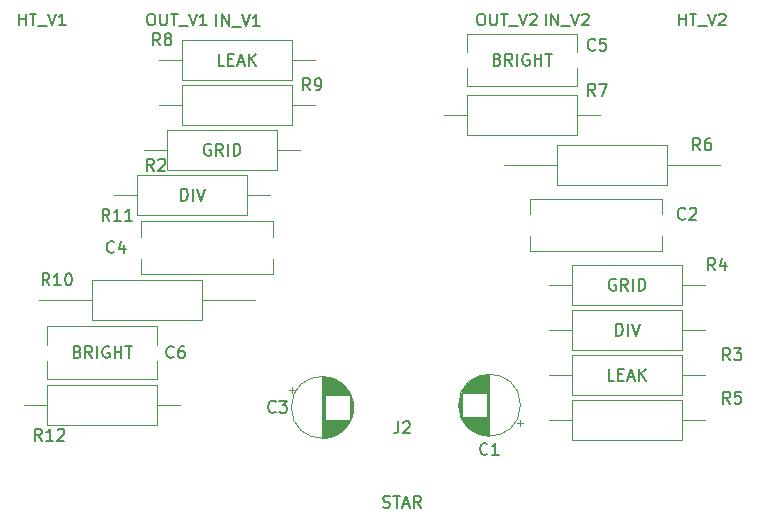
<source format=gbr>
%TF.GenerationSoftware,KiCad,Pcbnew,(6.0.11-0)*%
%TF.CreationDate,2023-05-07T13:48:13+09:00*%
%TF.ProjectId,tubeTest,74756265-5465-4737-942e-6b696361645f,rev?*%
%TF.SameCoordinates,Original*%
%TF.FileFunction,Legend,Top*%
%TF.FilePolarity,Positive*%
%FSLAX46Y46*%
G04 Gerber Fmt 4.6, Leading zero omitted, Abs format (unit mm)*
G04 Created by KiCad (PCBNEW (6.0.11-0)) date 2023-05-07 13:48:13*
%MOMM*%
%LPD*%
G01*
G04 APERTURE LIST*
%ADD10C,0.150000*%
%ADD11C,0.120000*%
G04 APERTURE END LIST*
D10*
%TO.C,R8*%
X124293333Y-90172380D02*
X123960000Y-89696190D01*
X123721904Y-90172380D02*
X123721904Y-89172380D01*
X124102857Y-89172380D01*
X124198095Y-89220000D01*
X124245714Y-89267619D01*
X124293333Y-89362857D01*
X124293333Y-89505714D01*
X124245714Y-89600952D01*
X124198095Y-89648571D01*
X124102857Y-89696190D01*
X123721904Y-89696190D01*
X124864761Y-89600952D02*
X124769523Y-89553333D01*
X124721904Y-89505714D01*
X124674285Y-89410476D01*
X124674285Y-89362857D01*
X124721904Y-89267619D01*
X124769523Y-89220000D01*
X124864761Y-89172380D01*
X125055238Y-89172380D01*
X125150476Y-89220000D01*
X125198095Y-89267619D01*
X125245714Y-89362857D01*
X125245714Y-89410476D01*
X125198095Y-89505714D01*
X125150476Y-89553333D01*
X125055238Y-89600952D01*
X124864761Y-89600952D01*
X124769523Y-89648571D01*
X124721904Y-89696190D01*
X124674285Y-89791428D01*
X124674285Y-89981904D01*
X124721904Y-90077142D01*
X124769523Y-90124761D01*
X124864761Y-90172380D01*
X125055238Y-90172380D01*
X125150476Y-90124761D01*
X125198095Y-90077142D01*
X125245714Y-89981904D01*
X125245714Y-89791428D01*
X125198095Y-89696190D01*
X125150476Y-89648571D01*
X125055238Y-89600952D01*
X129738571Y-91892380D02*
X129262380Y-91892380D01*
X129262380Y-90892380D01*
X130071904Y-91368571D02*
X130405238Y-91368571D01*
X130548095Y-91892380D02*
X130071904Y-91892380D01*
X130071904Y-90892380D01*
X130548095Y-90892380D01*
X130929047Y-91606666D02*
X131405238Y-91606666D01*
X130833809Y-91892380D02*
X131167142Y-90892380D01*
X131500476Y-91892380D01*
X131833809Y-91892380D02*
X131833809Y-90892380D01*
X132405238Y-91892380D02*
X131976666Y-91320952D01*
X132405238Y-90892380D02*
X131833809Y-91463809D01*
%TO.C,C2*%
X168743333Y-104842142D02*
X168695714Y-104889761D01*
X168552857Y-104937380D01*
X168457619Y-104937380D01*
X168314761Y-104889761D01*
X168219523Y-104794523D01*
X168171904Y-104699285D01*
X168124285Y-104508809D01*
X168124285Y-104365952D01*
X168171904Y-104175476D01*
X168219523Y-104080238D01*
X168314761Y-103985000D01*
X168457619Y-103937380D01*
X168552857Y-103937380D01*
X168695714Y-103985000D01*
X168743333Y-104032619D01*
X169124285Y-104032619D02*
X169171904Y-103985000D01*
X169267142Y-103937380D01*
X169505238Y-103937380D01*
X169600476Y-103985000D01*
X169648095Y-104032619D01*
X169695714Y-104127857D01*
X169695714Y-104223095D01*
X169648095Y-104365952D01*
X169076666Y-104937380D01*
X169695714Y-104937380D01*
%TO.C,J9*%
X168227619Y-88492380D02*
X168227619Y-87492380D01*
X168227619Y-87968571D02*
X168799047Y-87968571D01*
X168799047Y-88492380D02*
X168799047Y-87492380D01*
X169132380Y-87492380D02*
X169703809Y-87492380D01*
X169418095Y-88492380D02*
X169418095Y-87492380D01*
X169799047Y-88587619D02*
X170560952Y-88587619D01*
X170656190Y-87492380D02*
X170989523Y-88492380D01*
X171322857Y-87492380D01*
X171608571Y-87587619D02*
X171656190Y-87540000D01*
X171751428Y-87492380D01*
X171989523Y-87492380D01*
X172084761Y-87540000D01*
X172132380Y-87587619D01*
X172180000Y-87682857D01*
X172180000Y-87778095D01*
X172132380Y-87920952D01*
X171560952Y-88492380D01*
X172180000Y-88492380D01*
%TO.C,J7*%
X129054846Y-88549448D02*
X129054846Y-87549448D01*
X129531036Y-88549448D02*
X129531036Y-87549448D01*
X130102465Y-88549448D01*
X130102465Y-87549448D01*
X130340560Y-88644687D02*
X131102465Y-88644687D01*
X131197703Y-87549448D02*
X131531036Y-88549448D01*
X131864370Y-87549448D01*
X132721512Y-88549448D02*
X132150084Y-88549448D01*
X132435798Y-88549448D02*
X132435798Y-87549448D01*
X132340560Y-87692306D01*
X132245322Y-87787544D01*
X132150084Y-87835163D01*
%TO.C,R10*%
X114927142Y-110492380D02*
X114593809Y-110016190D01*
X114355714Y-110492380D02*
X114355714Y-109492380D01*
X114736666Y-109492380D01*
X114831904Y-109540000D01*
X114879523Y-109587619D01*
X114927142Y-109682857D01*
X114927142Y-109825714D01*
X114879523Y-109920952D01*
X114831904Y-109968571D01*
X114736666Y-110016190D01*
X114355714Y-110016190D01*
X115879523Y-110492380D02*
X115308095Y-110492380D01*
X115593809Y-110492380D02*
X115593809Y-109492380D01*
X115498571Y-109635238D01*
X115403333Y-109730476D01*
X115308095Y-109778095D01*
X116498571Y-109492380D02*
X116593809Y-109492380D01*
X116689047Y-109540000D01*
X116736666Y-109587619D01*
X116784285Y-109682857D01*
X116831904Y-109873333D01*
X116831904Y-110111428D01*
X116784285Y-110301904D01*
X116736666Y-110397142D01*
X116689047Y-110444761D01*
X116593809Y-110492380D01*
X116498571Y-110492380D01*
X116403333Y-110444761D01*
X116355714Y-110397142D01*
X116308095Y-110301904D01*
X116260476Y-110111428D01*
X116260476Y-109873333D01*
X116308095Y-109682857D01*
X116355714Y-109587619D01*
X116403333Y-109540000D01*
X116498571Y-109492380D01*
%TO.C,J10*%
X112347619Y-88492380D02*
X112347619Y-87492380D01*
X112347619Y-87968571D02*
X112919047Y-87968571D01*
X112919047Y-88492380D02*
X112919047Y-87492380D01*
X113252380Y-87492380D02*
X113823809Y-87492380D01*
X113538095Y-88492380D02*
X113538095Y-87492380D01*
X113919047Y-88587619D02*
X114680952Y-88587619D01*
X114776190Y-87492380D02*
X115109523Y-88492380D01*
X115442857Y-87492380D01*
X116300000Y-88492380D02*
X115728571Y-88492380D01*
X116014285Y-88492380D02*
X116014285Y-87492380D01*
X115919047Y-87635238D01*
X115823809Y-87730476D01*
X115728571Y-87778095D01*
%TO.C,J2*%
X144446666Y-122032380D02*
X144446666Y-122746666D01*
X144399047Y-122889523D01*
X144303809Y-122984761D01*
X144160952Y-123032380D01*
X144065714Y-123032380D01*
X144875238Y-122127619D02*
X144922857Y-122080000D01*
X145018095Y-122032380D01*
X145256190Y-122032380D01*
X145351428Y-122080000D01*
X145399047Y-122127619D01*
X145446666Y-122222857D01*
X145446666Y-122318095D01*
X145399047Y-122460952D01*
X144827619Y-123032380D01*
X145446666Y-123032380D01*
X143184761Y-129284761D02*
X143327619Y-129332380D01*
X143565714Y-129332380D01*
X143660952Y-129284761D01*
X143708571Y-129237142D01*
X143756190Y-129141904D01*
X143756190Y-129046666D01*
X143708571Y-128951428D01*
X143660952Y-128903809D01*
X143565714Y-128856190D01*
X143375238Y-128808571D01*
X143280000Y-128760952D01*
X143232380Y-128713333D01*
X143184761Y-128618095D01*
X143184761Y-128522857D01*
X143232380Y-128427619D01*
X143280000Y-128380000D01*
X143375238Y-128332380D01*
X143613333Y-128332380D01*
X143756190Y-128380000D01*
X144041904Y-128332380D02*
X144613333Y-128332380D01*
X144327619Y-129332380D02*
X144327619Y-128332380D01*
X144899047Y-129046666D02*
X145375238Y-129046666D01*
X144803809Y-129332380D02*
X145137142Y-128332380D01*
X145470476Y-129332380D01*
X146375238Y-129332380D02*
X146041904Y-128856190D01*
X145803809Y-129332380D02*
X145803809Y-128332380D01*
X146184761Y-128332380D01*
X146280000Y-128380000D01*
X146327619Y-128427619D01*
X146375238Y-128522857D01*
X146375238Y-128665714D01*
X146327619Y-128760952D01*
X146280000Y-128808571D01*
X146184761Y-128856190D01*
X145803809Y-128856190D01*
%TO.C,J5*%
X123444285Y-87492380D02*
X123634761Y-87492380D01*
X123730000Y-87540000D01*
X123825238Y-87635238D01*
X123872857Y-87825714D01*
X123872857Y-88159047D01*
X123825238Y-88349523D01*
X123730000Y-88444761D01*
X123634761Y-88492380D01*
X123444285Y-88492380D01*
X123349047Y-88444761D01*
X123253809Y-88349523D01*
X123206190Y-88159047D01*
X123206190Y-87825714D01*
X123253809Y-87635238D01*
X123349047Y-87540000D01*
X123444285Y-87492380D01*
X124301428Y-87492380D02*
X124301428Y-88301904D01*
X124349047Y-88397142D01*
X124396666Y-88444761D01*
X124491904Y-88492380D01*
X124682380Y-88492380D01*
X124777619Y-88444761D01*
X124825238Y-88397142D01*
X124872857Y-88301904D01*
X124872857Y-87492380D01*
X125206190Y-87492380D02*
X125777619Y-87492380D01*
X125491904Y-88492380D02*
X125491904Y-87492380D01*
X125872857Y-88587619D02*
X126634761Y-88587619D01*
X126730000Y-87492380D02*
X127063333Y-88492380D01*
X127396666Y-87492380D01*
X128253809Y-88492380D02*
X127682380Y-88492380D01*
X127968095Y-88492380D02*
X127968095Y-87492380D01*
X127872857Y-87635238D01*
X127777619Y-87730476D01*
X127682380Y-87778095D01*
%TO.C,R5*%
X172557676Y-120510528D02*
X172224343Y-120034338D01*
X171986247Y-120510528D02*
X171986247Y-119510528D01*
X172367200Y-119510528D01*
X172462438Y-119558148D01*
X172510057Y-119605767D01*
X172557676Y-119701005D01*
X172557676Y-119843862D01*
X172510057Y-119939100D01*
X172462438Y-119986719D01*
X172367200Y-120034338D01*
X171986247Y-120034338D01*
X173462438Y-119510528D02*
X172986247Y-119510528D01*
X172938628Y-119986719D01*
X172986247Y-119939100D01*
X173081485Y-119891481D01*
X173319581Y-119891481D01*
X173414819Y-119939100D01*
X173462438Y-119986719D01*
X173510057Y-120081957D01*
X173510057Y-120320052D01*
X173462438Y-120415290D01*
X173414819Y-120462909D01*
X173319581Y-120510528D01*
X173081485Y-120510528D01*
X172986247Y-120462909D01*
X172938628Y-120415290D01*
%TO.C,C6*%
X125443333Y-116562142D02*
X125395714Y-116609761D01*
X125252857Y-116657380D01*
X125157619Y-116657380D01*
X125014761Y-116609761D01*
X124919523Y-116514523D01*
X124871904Y-116419285D01*
X124824285Y-116228809D01*
X124824285Y-116085952D01*
X124871904Y-115895476D01*
X124919523Y-115800238D01*
X125014761Y-115705000D01*
X125157619Y-115657380D01*
X125252857Y-115657380D01*
X125395714Y-115705000D01*
X125443333Y-115752619D01*
X126300476Y-115657380D02*
X126110000Y-115657380D01*
X126014761Y-115705000D01*
X125967142Y-115752619D01*
X125871904Y-115895476D01*
X125824285Y-116085952D01*
X125824285Y-116466904D01*
X125871904Y-116562142D01*
X125919523Y-116609761D01*
X126014761Y-116657380D01*
X126205238Y-116657380D01*
X126300476Y-116609761D01*
X126348095Y-116562142D01*
X126395714Y-116466904D01*
X126395714Y-116228809D01*
X126348095Y-116133571D01*
X126300476Y-116085952D01*
X126205238Y-116038333D01*
X126014761Y-116038333D01*
X125919523Y-116085952D01*
X125871904Y-116133571D01*
X125824285Y-116228809D01*
X117308571Y-116133571D02*
X117451428Y-116181190D01*
X117499047Y-116228809D01*
X117546666Y-116324047D01*
X117546666Y-116466904D01*
X117499047Y-116562142D01*
X117451428Y-116609761D01*
X117356190Y-116657380D01*
X116975238Y-116657380D01*
X116975238Y-115657380D01*
X117308571Y-115657380D01*
X117403809Y-115705000D01*
X117451428Y-115752619D01*
X117499047Y-115847857D01*
X117499047Y-115943095D01*
X117451428Y-116038333D01*
X117403809Y-116085952D01*
X117308571Y-116133571D01*
X116975238Y-116133571D01*
X118546666Y-116657380D02*
X118213333Y-116181190D01*
X117975238Y-116657380D02*
X117975238Y-115657380D01*
X118356190Y-115657380D01*
X118451428Y-115705000D01*
X118499047Y-115752619D01*
X118546666Y-115847857D01*
X118546666Y-115990714D01*
X118499047Y-116085952D01*
X118451428Y-116133571D01*
X118356190Y-116181190D01*
X117975238Y-116181190D01*
X118975238Y-116657380D02*
X118975238Y-115657380D01*
X119975238Y-115705000D02*
X119880000Y-115657380D01*
X119737142Y-115657380D01*
X119594285Y-115705000D01*
X119499047Y-115800238D01*
X119451428Y-115895476D01*
X119403809Y-116085952D01*
X119403809Y-116228809D01*
X119451428Y-116419285D01*
X119499047Y-116514523D01*
X119594285Y-116609761D01*
X119737142Y-116657380D01*
X119832380Y-116657380D01*
X119975238Y-116609761D01*
X120022857Y-116562142D01*
X120022857Y-116228809D01*
X119832380Y-116228809D01*
X120451428Y-116657380D02*
X120451428Y-115657380D01*
X120451428Y-116133571D02*
X121022857Y-116133571D01*
X121022857Y-116657380D02*
X121022857Y-115657380D01*
X121356190Y-115657380D02*
X121927619Y-115657380D01*
X121641904Y-116657380D02*
X121641904Y-115657380D01*
%TO.C,R2*%
X123773333Y-100782380D02*
X123440000Y-100306190D01*
X123201904Y-100782380D02*
X123201904Y-99782380D01*
X123582857Y-99782380D01*
X123678095Y-99830000D01*
X123725714Y-99877619D01*
X123773333Y-99972857D01*
X123773333Y-100115714D01*
X123725714Y-100210952D01*
X123678095Y-100258571D01*
X123582857Y-100306190D01*
X123201904Y-100306190D01*
X124154285Y-99877619D02*
X124201904Y-99830000D01*
X124297142Y-99782380D01*
X124535238Y-99782380D01*
X124630476Y-99830000D01*
X124678095Y-99877619D01*
X124725714Y-99972857D01*
X124725714Y-100068095D01*
X124678095Y-100210952D01*
X124106666Y-100782380D01*
X124725714Y-100782380D01*
X128563809Y-98560000D02*
X128468571Y-98512380D01*
X128325714Y-98512380D01*
X128182857Y-98560000D01*
X128087619Y-98655238D01*
X128040000Y-98750476D01*
X127992380Y-98940952D01*
X127992380Y-99083809D01*
X128040000Y-99274285D01*
X128087619Y-99369523D01*
X128182857Y-99464761D01*
X128325714Y-99512380D01*
X128420952Y-99512380D01*
X128563809Y-99464761D01*
X128611428Y-99417142D01*
X128611428Y-99083809D01*
X128420952Y-99083809D01*
X129611428Y-99512380D02*
X129278095Y-99036190D01*
X129040000Y-99512380D02*
X129040000Y-98512380D01*
X129420952Y-98512380D01*
X129516190Y-98560000D01*
X129563809Y-98607619D01*
X129611428Y-98702857D01*
X129611428Y-98845714D01*
X129563809Y-98940952D01*
X129516190Y-98988571D01*
X129420952Y-99036190D01*
X129040000Y-99036190D01*
X130040000Y-99512380D02*
X130040000Y-98512380D01*
X130516190Y-99512380D02*
X130516190Y-98512380D01*
X130754285Y-98512380D01*
X130897142Y-98560000D01*
X130992380Y-98655238D01*
X131040000Y-98750476D01*
X131087619Y-98940952D01*
X131087619Y-99083809D01*
X131040000Y-99274285D01*
X130992380Y-99369523D01*
X130897142Y-99464761D01*
X130754285Y-99512380D01*
X130516190Y-99512380D01*
%TO.C,C5*%
X161123333Y-90527142D02*
X161075714Y-90574761D01*
X160932857Y-90622380D01*
X160837619Y-90622380D01*
X160694761Y-90574761D01*
X160599523Y-90479523D01*
X160551904Y-90384285D01*
X160504285Y-90193809D01*
X160504285Y-90050952D01*
X160551904Y-89860476D01*
X160599523Y-89765238D01*
X160694761Y-89670000D01*
X160837619Y-89622380D01*
X160932857Y-89622380D01*
X161075714Y-89670000D01*
X161123333Y-89717619D01*
X162028095Y-89622380D02*
X161551904Y-89622380D01*
X161504285Y-90098571D01*
X161551904Y-90050952D01*
X161647142Y-90003333D01*
X161885238Y-90003333D01*
X161980476Y-90050952D01*
X162028095Y-90098571D01*
X162075714Y-90193809D01*
X162075714Y-90431904D01*
X162028095Y-90527142D01*
X161980476Y-90574761D01*
X161885238Y-90622380D01*
X161647142Y-90622380D01*
X161551904Y-90574761D01*
X161504285Y-90527142D01*
X152868571Y-91368571D02*
X153011428Y-91416190D01*
X153059047Y-91463809D01*
X153106666Y-91559047D01*
X153106666Y-91701904D01*
X153059047Y-91797142D01*
X153011428Y-91844761D01*
X152916190Y-91892380D01*
X152535238Y-91892380D01*
X152535238Y-90892380D01*
X152868571Y-90892380D01*
X152963809Y-90940000D01*
X153011428Y-90987619D01*
X153059047Y-91082857D01*
X153059047Y-91178095D01*
X153011428Y-91273333D01*
X152963809Y-91320952D01*
X152868571Y-91368571D01*
X152535238Y-91368571D01*
X154106666Y-91892380D02*
X153773333Y-91416190D01*
X153535238Y-91892380D02*
X153535238Y-90892380D01*
X153916190Y-90892380D01*
X154011428Y-90940000D01*
X154059047Y-90987619D01*
X154106666Y-91082857D01*
X154106666Y-91225714D01*
X154059047Y-91320952D01*
X154011428Y-91368571D01*
X153916190Y-91416190D01*
X153535238Y-91416190D01*
X154535238Y-91892380D02*
X154535238Y-90892380D01*
X155535238Y-90940000D02*
X155440000Y-90892380D01*
X155297142Y-90892380D01*
X155154285Y-90940000D01*
X155059047Y-91035238D01*
X155011428Y-91130476D01*
X154963809Y-91320952D01*
X154963809Y-91463809D01*
X155011428Y-91654285D01*
X155059047Y-91749523D01*
X155154285Y-91844761D01*
X155297142Y-91892380D01*
X155392380Y-91892380D01*
X155535238Y-91844761D01*
X155582857Y-91797142D01*
X155582857Y-91463809D01*
X155392380Y-91463809D01*
X156011428Y-91892380D02*
X156011428Y-90892380D01*
X156011428Y-91368571D02*
X156582857Y-91368571D01*
X156582857Y-91892380D02*
X156582857Y-90892380D01*
X156916190Y-90892380D02*
X157487619Y-90892380D01*
X157201904Y-91892380D02*
X157201904Y-90892380D01*
%TO.C,R3*%
X172553333Y-116842380D02*
X172220000Y-116366190D01*
X171981904Y-116842380D02*
X171981904Y-115842380D01*
X172362857Y-115842380D01*
X172458095Y-115890000D01*
X172505714Y-115937619D01*
X172553333Y-116032857D01*
X172553333Y-116175714D01*
X172505714Y-116270952D01*
X172458095Y-116318571D01*
X172362857Y-116366190D01*
X171981904Y-116366190D01*
X172886666Y-115842380D02*
X173505714Y-115842380D01*
X173172380Y-116223333D01*
X173315238Y-116223333D01*
X173410476Y-116270952D01*
X173458095Y-116318571D01*
X173505714Y-116413809D01*
X173505714Y-116651904D01*
X173458095Y-116747142D01*
X173410476Y-116794761D01*
X173315238Y-116842380D01*
X173029523Y-116842380D01*
X172934285Y-116794761D01*
X172886666Y-116747142D01*
X162758571Y-118562380D02*
X162282380Y-118562380D01*
X162282380Y-117562380D01*
X163091904Y-118038571D02*
X163425238Y-118038571D01*
X163568095Y-118562380D02*
X163091904Y-118562380D01*
X163091904Y-117562380D01*
X163568095Y-117562380D01*
X163949047Y-118276666D02*
X164425238Y-118276666D01*
X163853809Y-118562380D02*
X164187142Y-117562380D01*
X164520476Y-118562380D01*
X164853809Y-118562380D02*
X164853809Y-117562380D01*
X165425238Y-118562380D02*
X164996666Y-117990952D01*
X165425238Y-117562380D02*
X164853809Y-118133809D01*
%TO.C,J8*%
X151384285Y-87492380D02*
X151574761Y-87492380D01*
X151670000Y-87540000D01*
X151765238Y-87635238D01*
X151812857Y-87825714D01*
X151812857Y-88159047D01*
X151765238Y-88349523D01*
X151670000Y-88444761D01*
X151574761Y-88492380D01*
X151384285Y-88492380D01*
X151289047Y-88444761D01*
X151193809Y-88349523D01*
X151146190Y-88159047D01*
X151146190Y-87825714D01*
X151193809Y-87635238D01*
X151289047Y-87540000D01*
X151384285Y-87492380D01*
X152241428Y-87492380D02*
X152241428Y-88301904D01*
X152289047Y-88397142D01*
X152336666Y-88444761D01*
X152431904Y-88492380D01*
X152622380Y-88492380D01*
X152717619Y-88444761D01*
X152765238Y-88397142D01*
X152812857Y-88301904D01*
X152812857Y-87492380D01*
X153146190Y-87492380D02*
X153717619Y-87492380D01*
X153431904Y-88492380D02*
X153431904Y-87492380D01*
X153812857Y-88587619D02*
X154574761Y-88587619D01*
X154670000Y-87492380D02*
X155003333Y-88492380D01*
X155336666Y-87492380D01*
X155622380Y-87587619D02*
X155670000Y-87540000D01*
X155765238Y-87492380D01*
X156003333Y-87492380D01*
X156098571Y-87540000D01*
X156146190Y-87587619D01*
X156193809Y-87682857D01*
X156193809Y-87778095D01*
X156146190Y-87920952D01*
X155574761Y-88492380D01*
X156193809Y-88492380D01*
%TO.C,C3*%
X134069728Y-121189642D02*
X134022109Y-121237261D01*
X133879252Y-121284880D01*
X133784014Y-121284880D01*
X133641156Y-121237261D01*
X133545918Y-121142023D01*
X133498299Y-121046785D01*
X133450680Y-120856309D01*
X133450680Y-120713452D01*
X133498299Y-120522976D01*
X133545918Y-120427738D01*
X133641156Y-120332500D01*
X133784014Y-120284880D01*
X133879252Y-120284880D01*
X134022109Y-120332500D01*
X134069728Y-120380119D01*
X134403061Y-120284880D02*
X135022109Y-120284880D01*
X134688775Y-120665833D01*
X134831633Y-120665833D01*
X134926871Y-120713452D01*
X134974490Y-120761071D01*
X135022109Y-120856309D01*
X135022109Y-121094404D01*
X134974490Y-121189642D01*
X134926871Y-121237261D01*
X134831633Y-121284880D01*
X134545918Y-121284880D01*
X134450680Y-121237261D01*
X134403061Y-121189642D01*
%TO.C,R11*%
X120007142Y-105042380D02*
X119673809Y-104566190D01*
X119435714Y-105042380D02*
X119435714Y-104042380D01*
X119816666Y-104042380D01*
X119911904Y-104090000D01*
X119959523Y-104137619D01*
X120007142Y-104232857D01*
X120007142Y-104375714D01*
X119959523Y-104470952D01*
X119911904Y-104518571D01*
X119816666Y-104566190D01*
X119435714Y-104566190D01*
X120959523Y-105042380D02*
X120388095Y-105042380D01*
X120673809Y-105042380D02*
X120673809Y-104042380D01*
X120578571Y-104185238D01*
X120483333Y-104280476D01*
X120388095Y-104328095D01*
X121911904Y-105042380D02*
X121340476Y-105042380D01*
X121626190Y-105042380D02*
X121626190Y-104042380D01*
X121530952Y-104185238D01*
X121435714Y-104280476D01*
X121340476Y-104328095D01*
X126071428Y-103322380D02*
X126071428Y-102322380D01*
X126309523Y-102322380D01*
X126452380Y-102370000D01*
X126547619Y-102465238D01*
X126595238Y-102560476D01*
X126642857Y-102750952D01*
X126642857Y-102893809D01*
X126595238Y-103084285D01*
X126547619Y-103179523D01*
X126452380Y-103274761D01*
X126309523Y-103322380D01*
X126071428Y-103322380D01*
X127071428Y-103322380D02*
X127071428Y-102322380D01*
X127404761Y-102322380D02*
X127738095Y-103322380D01*
X128071428Y-102322380D01*
%TO.C,J1*%
X156940476Y-88492380D02*
X156940476Y-87492380D01*
X157416666Y-88492380D02*
X157416666Y-87492380D01*
X157988095Y-88492380D01*
X157988095Y-87492380D01*
X158226190Y-88587619D02*
X158988095Y-88587619D01*
X159083333Y-87492380D02*
X159416666Y-88492380D01*
X159750000Y-87492380D01*
X160035714Y-87587619D02*
X160083333Y-87540000D01*
X160178571Y-87492380D01*
X160416666Y-87492380D01*
X160511904Y-87540000D01*
X160559523Y-87587619D01*
X160607142Y-87682857D01*
X160607142Y-87778095D01*
X160559523Y-87920952D01*
X159988095Y-88492380D01*
X160607142Y-88492380D01*
%TO.C,C4*%
X120403333Y-107672142D02*
X120355714Y-107719761D01*
X120212857Y-107767380D01*
X120117619Y-107767380D01*
X119974761Y-107719761D01*
X119879523Y-107624523D01*
X119831904Y-107529285D01*
X119784285Y-107338809D01*
X119784285Y-107195952D01*
X119831904Y-107005476D01*
X119879523Y-106910238D01*
X119974761Y-106815000D01*
X120117619Y-106767380D01*
X120212857Y-106767380D01*
X120355714Y-106815000D01*
X120403333Y-106862619D01*
X121260476Y-107100714D02*
X121260476Y-107767380D01*
X121022380Y-106719761D02*
X120784285Y-107434047D01*
X121403333Y-107434047D01*
%TO.C,R12*%
X114292142Y-123642380D02*
X113958809Y-123166190D01*
X113720714Y-123642380D02*
X113720714Y-122642380D01*
X114101666Y-122642380D01*
X114196904Y-122690000D01*
X114244523Y-122737619D01*
X114292142Y-122832857D01*
X114292142Y-122975714D01*
X114244523Y-123070952D01*
X114196904Y-123118571D01*
X114101666Y-123166190D01*
X113720714Y-123166190D01*
X115244523Y-123642380D02*
X114673095Y-123642380D01*
X114958809Y-123642380D02*
X114958809Y-122642380D01*
X114863571Y-122785238D01*
X114768333Y-122880476D01*
X114673095Y-122928095D01*
X115625476Y-122737619D02*
X115673095Y-122690000D01*
X115768333Y-122642380D01*
X116006428Y-122642380D01*
X116101666Y-122690000D01*
X116149285Y-122737619D01*
X116196904Y-122832857D01*
X116196904Y-122928095D01*
X116149285Y-123070952D01*
X115577857Y-123642380D01*
X116196904Y-123642380D01*
%TO.C,R1*%
X162901428Y-114752380D02*
X162901428Y-113752380D01*
X163139523Y-113752380D01*
X163282380Y-113800000D01*
X163377619Y-113895238D01*
X163425238Y-113990476D01*
X163472857Y-114180952D01*
X163472857Y-114323809D01*
X163425238Y-114514285D01*
X163377619Y-114609523D01*
X163282380Y-114704761D01*
X163139523Y-114752380D01*
X162901428Y-114752380D01*
X163901428Y-114752380D02*
X163901428Y-113752380D01*
X164234761Y-113752380D02*
X164568095Y-114752380D01*
X164901428Y-113752380D01*
%TO.C,C1*%
X152013333Y-124757142D02*
X151965714Y-124804761D01*
X151822857Y-124852380D01*
X151727619Y-124852380D01*
X151584761Y-124804761D01*
X151489523Y-124709523D01*
X151441904Y-124614285D01*
X151394285Y-124423809D01*
X151394285Y-124280952D01*
X151441904Y-124090476D01*
X151489523Y-123995238D01*
X151584761Y-123900000D01*
X151727619Y-123852380D01*
X151822857Y-123852380D01*
X151965714Y-123900000D01*
X152013333Y-123947619D01*
X152965714Y-124852380D02*
X152394285Y-124852380D01*
X152680000Y-124852380D02*
X152680000Y-123852380D01*
X152584761Y-123995238D01*
X152489523Y-124090476D01*
X152394285Y-124138095D01*
%TO.C,R9*%
X136993333Y-93982380D02*
X136660000Y-93506190D01*
X136421904Y-93982380D02*
X136421904Y-92982380D01*
X136802857Y-92982380D01*
X136898095Y-93030000D01*
X136945714Y-93077619D01*
X136993333Y-93172857D01*
X136993333Y-93315714D01*
X136945714Y-93410952D01*
X136898095Y-93458571D01*
X136802857Y-93506190D01*
X136421904Y-93506190D01*
X137469523Y-93982380D02*
X137660000Y-93982380D01*
X137755238Y-93934761D01*
X137802857Y-93887142D01*
X137898095Y-93744285D01*
X137945714Y-93553809D01*
X137945714Y-93172857D01*
X137898095Y-93077619D01*
X137850476Y-93030000D01*
X137755238Y-92982380D01*
X137564761Y-92982380D01*
X137469523Y-93030000D01*
X137421904Y-93077619D01*
X137374285Y-93172857D01*
X137374285Y-93410952D01*
X137421904Y-93506190D01*
X137469523Y-93553809D01*
X137564761Y-93601428D01*
X137755238Y-93601428D01*
X137850476Y-93553809D01*
X137898095Y-93506190D01*
X137945714Y-93410952D01*
%TO.C,R4*%
X171283333Y-109222380D02*
X170950000Y-108746190D01*
X170711904Y-109222380D02*
X170711904Y-108222380D01*
X171092857Y-108222380D01*
X171188095Y-108270000D01*
X171235714Y-108317619D01*
X171283333Y-108412857D01*
X171283333Y-108555714D01*
X171235714Y-108650952D01*
X171188095Y-108698571D01*
X171092857Y-108746190D01*
X170711904Y-108746190D01*
X172140476Y-108555714D02*
X172140476Y-109222380D01*
X171902380Y-108174761D02*
X171664285Y-108889047D01*
X172283333Y-108889047D01*
X162853809Y-109990000D02*
X162758571Y-109942380D01*
X162615714Y-109942380D01*
X162472857Y-109990000D01*
X162377619Y-110085238D01*
X162330000Y-110180476D01*
X162282380Y-110370952D01*
X162282380Y-110513809D01*
X162330000Y-110704285D01*
X162377619Y-110799523D01*
X162472857Y-110894761D01*
X162615714Y-110942380D01*
X162710952Y-110942380D01*
X162853809Y-110894761D01*
X162901428Y-110847142D01*
X162901428Y-110513809D01*
X162710952Y-110513809D01*
X163901428Y-110942380D02*
X163568095Y-110466190D01*
X163330000Y-110942380D02*
X163330000Y-109942380D01*
X163710952Y-109942380D01*
X163806190Y-109990000D01*
X163853809Y-110037619D01*
X163901428Y-110132857D01*
X163901428Y-110275714D01*
X163853809Y-110370952D01*
X163806190Y-110418571D01*
X163710952Y-110466190D01*
X163330000Y-110466190D01*
X164330000Y-110942380D02*
X164330000Y-109942380D01*
X164806190Y-110942380D02*
X164806190Y-109942380D01*
X165044285Y-109942380D01*
X165187142Y-109990000D01*
X165282380Y-110085238D01*
X165330000Y-110180476D01*
X165377619Y-110370952D01*
X165377619Y-110513809D01*
X165330000Y-110704285D01*
X165282380Y-110799523D01*
X165187142Y-110894761D01*
X165044285Y-110942380D01*
X164806190Y-110942380D01*
%TO.C,R7*%
X161123333Y-94432380D02*
X160790000Y-93956190D01*
X160551904Y-94432380D02*
X160551904Y-93432380D01*
X160932857Y-93432380D01*
X161028095Y-93480000D01*
X161075714Y-93527619D01*
X161123333Y-93622857D01*
X161123333Y-93765714D01*
X161075714Y-93860952D01*
X161028095Y-93908571D01*
X160932857Y-93956190D01*
X160551904Y-93956190D01*
X161456666Y-93432380D02*
X162123333Y-93432380D01*
X161694761Y-94432380D01*
%TO.C,R6*%
X170013333Y-99062380D02*
X169680000Y-98586190D01*
X169441904Y-99062380D02*
X169441904Y-98062380D01*
X169822857Y-98062380D01*
X169918095Y-98110000D01*
X169965714Y-98157619D01*
X170013333Y-98252857D01*
X170013333Y-98395714D01*
X169965714Y-98490952D01*
X169918095Y-98538571D01*
X169822857Y-98586190D01*
X169441904Y-98586190D01*
X170870476Y-98062380D02*
X170680000Y-98062380D01*
X170584761Y-98110000D01*
X170537142Y-98157619D01*
X170441904Y-98300476D01*
X170394285Y-98490952D01*
X170394285Y-98871904D01*
X170441904Y-98967142D01*
X170489523Y-99014761D01*
X170584761Y-99062380D01*
X170775238Y-99062380D01*
X170870476Y-99014761D01*
X170918095Y-98967142D01*
X170965714Y-98871904D01*
X170965714Y-98633809D01*
X170918095Y-98538571D01*
X170870476Y-98490952D01*
X170775238Y-98443333D01*
X170584761Y-98443333D01*
X170489523Y-98490952D01*
X170441904Y-98538571D01*
X170394285Y-98633809D01*
D11*
%TO.C,R8*%
X135430000Y-89720000D02*
X126190000Y-89720000D01*
X126190000Y-93160000D02*
X135430000Y-93160000D01*
X137390000Y-91440000D02*
X135430000Y-91440000D01*
X126190000Y-89720000D02*
X126190000Y-93160000D01*
X135430000Y-93160000D02*
X135430000Y-89720000D01*
X124230000Y-91440000D02*
X126190000Y-91440000D01*
%TO.C,C2*%
X155590000Y-107630000D02*
X166830000Y-107630000D01*
X166830000Y-103190000D02*
X166830000Y-104485000D01*
X155590000Y-103190000D02*
X155590000Y-104485000D01*
X155590000Y-103190000D02*
X166830000Y-103190000D01*
X166830000Y-106335000D02*
X166830000Y-107630000D01*
X155590000Y-106335000D02*
X155590000Y-107630000D01*
%TO.C,R10*%
X132310000Y-111760000D02*
X127810000Y-111760000D01*
X127810000Y-110040000D02*
X118570000Y-110040000D01*
X118570000Y-110040000D02*
X118570000Y-113480000D01*
X114070000Y-111760000D02*
X118570000Y-111760000D01*
X118570000Y-113480000D02*
X127810000Y-113480000D01*
X127810000Y-113480000D02*
X127810000Y-110040000D01*
%TO.C,R5*%
X159210000Y-120200000D02*
X159210000Y-123640000D01*
X168450000Y-123640000D02*
X168450000Y-120200000D01*
X168450000Y-120200000D02*
X159210000Y-120200000D01*
X157250000Y-121920000D02*
X159210000Y-121920000D01*
X170410000Y-121920000D02*
X168450000Y-121920000D01*
X159210000Y-123640000D02*
X168450000Y-123640000D01*
%TO.C,C6*%
X114760000Y-118425000D02*
X114760000Y-116870000D01*
X124000000Y-118425000D02*
X114760000Y-118425000D01*
X114760000Y-115540000D02*
X114760000Y-113985000D01*
X124000000Y-115540000D02*
X124000000Y-113985000D01*
X124000000Y-113985000D02*
X114760000Y-113985000D01*
X124000000Y-118425000D02*
X124000000Y-116870000D01*
%TO.C,R2*%
X136120000Y-99060000D02*
X134160000Y-99060000D01*
X124920000Y-100780000D02*
X134160000Y-100780000D01*
X134160000Y-97340000D02*
X124920000Y-97340000D01*
X124920000Y-97340000D02*
X124920000Y-100780000D01*
X122960000Y-99060000D02*
X124920000Y-99060000D01*
X134160000Y-100780000D02*
X134160000Y-97340000D01*
%TO.C,C5*%
X150320000Y-90775000D02*
X150320000Y-89220000D01*
X159560000Y-93660000D02*
X150320000Y-93660000D01*
X159560000Y-90775000D02*
X159560000Y-89220000D01*
X159560000Y-89220000D02*
X150320000Y-89220000D01*
X150320000Y-93660000D02*
X150320000Y-92105000D01*
X159560000Y-93660000D02*
X159560000Y-92105000D01*
%TO.C,R3*%
X157250000Y-118110000D02*
X159210000Y-118110000D01*
X168450000Y-116390000D02*
X159210000Y-116390000D01*
X170410000Y-118110000D02*
X168450000Y-118110000D01*
X159210000Y-116390000D02*
X159210000Y-119830000D01*
X168450000Y-119830000D02*
X168450000Y-116390000D01*
X159210000Y-119830000D02*
X168450000Y-119830000D01*
%TO.C,C3*%
X139867395Y-121872500D02*
X139867395Y-122658500D01*
X140267395Y-119513500D02*
X140267395Y-119792500D01*
X138386395Y-118276500D02*
X138386395Y-119792500D01*
X140427395Y-119821500D02*
X140427395Y-121843500D01*
X138827395Y-118377500D02*
X138827395Y-119792500D01*
X138466395Y-118289500D02*
X138466395Y-119792500D01*
X139507395Y-118710500D02*
X139507395Y-119792500D01*
X139787395Y-121872500D02*
X139787395Y-122733500D01*
X140467395Y-119917500D02*
X140467395Y-121747500D01*
X138306395Y-121872500D02*
X138306395Y-123397500D01*
X140027395Y-121872500D02*
X140027395Y-122485500D01*
X138787395Y-118364500D02*
X138787395Y-119792500D01*
X139067395Y-121872500D02*
X139067395Y-123197500D01*
X139707395Y-118861500D02*
X139707395Y-119792500D01*
X139947395Y-119089500D02*
X139947395Y-119792500D01*
X139827395Y-121872500D02*
X139827395Y-122696500D01*
X138546395Y-121872500D02*
X138546395Y-123360500D01*
X139027395Y-118450500D02*
X139027395Y-119792500D01*
X139627395Y-118797500D02*
X139627395Y-119792500D01*
X138106395Y-118253500D02*
X138106395Y-123411500D01*
X135471620Y-119107500D02*
X135471620Y-119607500D01*
X139427395Y-118657500D02*
X139427395Y-119792500D01*
X139467395Y-118683500D02*
X139467395Y-119792500D01*
X139147395Y-121872500D02*
X139147395Y-123161500D01*
X139627395Y-121872500D02*
X139627395Y-122867500D01*
X138506395Y-118296500D02*
X138506395Y-119792500D01*
X140187395Y-121872500D02*
X140187395Y-122275500D01*
X139507395Y-121872500D02*
X139507395Y-122954500D01*
X138987395Y-121872500D02*
X138987395Y-123230500D01*
X138747395Y-121872500D02*
X138747395Y-123312500D01*
X135221620Y-119357500D02*
X135721620Y-119357500D01*
X138787395Y-121872500D02*
X138787395Y-123300500D01*
X139267395Y-121872500D02*
X139267395Y-123100500D01*
X140107395Y-121872500D02*
X140107395Y-122386500D01*
X139747395Y-121872500D02*
X139747395Y-122769500D01*
X138867395Y-118390500D02*
X138867395Y-119792500D01*
X139187395Y-118522500D02*
X139187395Y-119792500D01*
X140147395Y-121872500D02*
X140147395Y-122332500D01*
X140547395Y-120155500D02*
X140547395Y-121509500D01*
X138306395Y-118267500D02*
X138306395Y-119792500D01*
X139027395Y-121872500D02*
X139027395Y-123214500D01*
X139907395Y-119047500D02*
X139907395Y-119792500D01*
X139947395Y-121872500D02*
X139947395Y-122575500D01*
X138666395Y-118331500D02*
X138666395Y-119792500D01*
X138706395Y-121872500D02*
X138706395Y-123323500D01*
X139907395Y-121872500D02*
X139907395Y-122617500D01*
X138066395Y-118252500D02*
X138066395Y-123412500D01*
X138747395Y-118352500D02*
X138747395Y-119792500D01*
X139587395Y-121872500D02*
X139587395Y-122897500D01*
X138546395Y-118304500D02*
X138546395Y-119792500D01*
X138266395Y-118263500D02*
X138266395Y-119792500D01*
X139387395Y-121872500D02*
X139387395Y-123032500D01*
X138586395Y-118312500D02*
X138586395Y-119792500D01*
X138827395Y-121872500D02*
X138827395Y-123287500D01*
X138426395Y-118282500D02*
X138426395Y-119792500D01*
X139987395Y-121872500D02*
X139987395Y-122531500D01*
X139307395Y-121872500D02*
X139307395Y-123079500D01*
X139187395Y-121872500D02*
X139187395Y-123142500D01*
X140587395Y-120314500D02*
X140587395Y-121350500D01*
X138026395Y-118252500D02*
X138026395Y-123412500D01*
X139307395Y-118585500D02*
X139307395Y-119792500D01*
X139427395Y-121872500D02*
X139427395Y-123007500D01*
X139147395Y-118503500D02*
X139147395Y-119792500D01*
X140147395Y-119332500D02*
X140147395Y-119792500D01*
X139347395Y-121872500D02*
X139347395Y-123056500D01*
X140187395Y-119389500D02*
X140187395Y-119792500D01*
X140507395Y-120027500D02*
X140507395Y-121637500D01*
X138987395Y-118434500D02*
X138987395Y-119792500D01*
X138346395Y-121872500D02*
X138346395Y-123393500D01*
X138426395Y-121872500D02*
X138426395Y-123382500D01*
X140627395Y-120548500D02*
X140627395Y-121116500D01*
X138586395Y-121872500D02*
X138586395Y-123352500D01*
X140267395Y-121872500D02*
X140267395Y-122151500D01*
X139067395Y-118467500D02*
X139067395Y-119792500D01*
X139667395Y-121872500D02*
X139667395Y-122836500D01*
X138466395Y-121872500D02*
X138466395Y-123375500D01*
X139587395Y-118767500D02*
X139587395Y-119792500D01*
X139547395Y-118737500D02*
X139547395Y-119792500D01*
X139667395Y-118828500D02*
X139667395Y-119792500D01*
X138706395Y-118341500D02*
X138706395Y-119792500D01*
X138907395Y-121872500D02*
X138907395Y-123260500D01*
X138907395Y-118404500D02*
X138907395Y-119792500D01*
X139547395Y-121872500D02*
X139547395Y-122927500D01*
X139827395Y-118968500D02*
X139827395Y-119792500D01*
X140067395Y-119227500D02*
X140067395Y-119792500D01*
X139267395Y-118564500D02*
X139267395Y-119792500D01*
X139107395Y-121872500D02*
X139107395Y-123180500D01*
X140067395Y-121872500D02*
X140067395Y-122437500D01*
X138947395Y-118418500D02*
X138947395Y-119792500D01*
X139387395Y-118632500D02*
X139387395Y-119792500D01*
X139467395Y-121872500D02*
X139467395Y-122981500D01*
X139347395Y-118608500D02*
X139347395Y-119792500D01*
X138947395Y-121872500D02*
X138947395Y-123246500D01*
X139107395Y-118484500D02*
X139107395Y-119792500D01*
X140387395Y-119734500D02*
X140387395Y-121930500D01*
X139987395Y-119133500D02*
X139987395Y-119792500D01*
X139227395Y-121872500D02*
X139227395Y-123122500D01*
X138386395Y-121872500D02*
X138386395Y-123388500D01*
X138146395Y-118254500D02*
X138146395Y-123410500D01*
X140227395Y-121872500D02*
X140227395Y-122215500D01*
X139867395Y-119006500D02*
X139867395Y-119792500D01*
X139747395Y-118895500D02*
X139747395Y-119792500D01*
X138626395Y-121872500D02*
X138626395Y-123343500D01*
X138666395Y-121872500D02*
X138666395Y-123333500D01*
X140027395Y-119179500D02*
X140027395Y-119792500D01*
X138266395Y-121872500D02*
X138266395Y-123401500D01*
X139227395Y-118542500D02*
X139227395Y-119792500D01*
X138186395Y-118256500D02*
X138186395Y-123408500D01*
X138226395Y-118259500D02*
X138226395Y-123405500D01*
X140107395Y-119278500D02*
X140107395Y-119792500D01*
X138626395Y-118321500D02*
X138626395Y-119792500D01*
X139787395Y-118931500D02*
X139787395Y-119792500D01*
X138867395Y-121872500D02*
X138867395Y-123274500D01*
X139707395Y-121872500D02*
X139707395Y-122803500D01*
X140307395Y-121872500D02*
X140307395Y-122083500D01*
X140307395Y-119581500D02*
X140307395Y-119792500D01*
X138506395Y-121872500D02*
X138506395Y-123368500D01*
X140227395Y-119449500D02*
X140227395Y-119792500D01*
X140347395Y-119654500D02*
X140347395Y-122010500D01*
X138346395Y-118271500D02*
X138346395Y-119792500D01*
X140646395Y-120832500D02*
G75*
G03*
X140646395Y-120832500I-2620000J0D01*
G01*
%TO.C,R11*%
X133580000Y-102870000D02*
X131620000Y-102870000D01*
X131620000Y-104590000D02*
X131620000Y-101150000D01*
X120420000Y-102870000D02*
X122380000Y-102870000D01*
X131620000Y-101150000D02*
X122380000Y-101150000D01*
X122380000Y-104590000D02*
X131620000Y-104590000D01*
X122380000Y-101150000D02*
X122380000Y-104590000D01*
%TO.C,C4*%
X133890000Y-105095000D02*
X122650000Y-105095000D01*
X133890000Y-109535000D02*
X133890000Y-108240000D01*
X133890000Y-109535000D02*
X122650000Y-109535000D01*
X122650000Y-109535000D02*
X122650000Y-108240000D01*
X133890000Y-106390000D02*
X133890000Y-105095000D01*
X122650000Y-106390000D02*
X122650000Y-105095000D01*
%TO.C,R12*%
X114760000Y-118930000D02*
X114760000Y-122370000D01*
X124000000Y-122370000D02*
X124000000Y-118930000D01*
X112800000Y-120650000D02*
X114760000Y-120650000D01*
X114760000Y-122370000D02*
X124000000Y-122370000D01*
X125960000Y-120650000D02*
X124000000Y-120650000D01*
X124000000Y-118930000D02*
X114760000Y-118930000D01*
%TO.C,R1*%
X168450000Y-116020000D02*
X168450000Y-112580000D01*
X159210000Y-116020000D02*
X168450000Y-116020000D01*
X157250000Y-114300000D02*
X159210000Y-114300000D01*
X170410000Y-114300000D02*
X168450000Y-114300000D01*
X168450000Y-112580000D02*
X159210000Y-112580000D01*
X159210000Y-112580000D02*
X159210000Y-116020000D01*
%TO.C,C1*%
X151860000Y-123211000D02*
X151860000Y-121690000D01*
X149819000Y-121748000D02*
X149819000Y-119552000D01*
X150059000Y-122150000D02*
X150059000Y-121690000D01*
X151219000Y-123048000D02*
X151219000Y-121690000D01*
X150699000Y-122772000D02*
X150699000Y-121690000D01*
X150459000Y-119610000D02*
X150459000Y-118713000D01*
X151540000Y-123151000D02*
X151540000Y-121690000D01*
X150859000Y-119610000D02*
X150859000Y-118426000D01*
X151139000Y-123015000D02*
X151139000Y-121690000D01*
X151379000Y-119610000D02*
X151379000Y-118195000D01*
X151339000Y-123092000D02*
X151339000Y-121690000D01*
X150019000Y-122093000D02*
X150019000Y-121690000D01*
X149699000Y-121455000D02*
X149699000Y-119845000D01*
X150179000Y-119610000D02*
X150179000Y-118997000D01*
X152060000Y-123228000D02*
X152060000Y-118072000D01*
X150419000Y-119610000D02*
X150419000Y-118749000D01*
X150619000Y-119610000D02*
X150619000Y-118585000D01*
X151620000Y-123170000D02*
X151620000Y-121690000D01*
X151179000Y-123032000D02*
X151179000Y-121690000D01*
X150779000Y-119610000D02*
X150779000Y-118475000D01*
X149979000Y-119610000D02*
X149979000Y-119267000D01*
X150179000Y-122303000D02*
X150179000Y-121690000D01*
X150859000Y-122874000D02*
X150859000Y-121690000D01*
X151540000Y-119610000D02*
X151540000Y-118149000D01*
X151780000Y-123200000D02*
X151780000Y-121690000D01*
X150219000Y-122349000D02*
X150219000Y-121690000D01*
X151299000Y-123078000D02*
X151299000Y-121690000D01*
X150899000Y-122897000D02*
X150899000Y-121690000D01*
X152020000Y-123226000D02*
X152020000Y-118074000D01*
X150099000Y-122204000D02*
X150099000Y-121690000D01*
X152180000Y-123230000D02*
X152180000Y-118070000D01*
X150219000Y-119610000D02*
X150219000Y-118951000D01*
X150459000Y-122587000D02*
X150459000Y-121690000D01*
X150499000Y-119610000D02*
X150499000Y-118679000D01*
X151820000Y-119610000D02*
X151820000Y-118094000D01*
X150299000Y-122435000D02*
X150299000Y-121690000D01*
X150059000Y-119610000D02*
X150059000Y-119150000D01*
X150739000Y-122799000D02*
X150739000Y-121690000D01*
X151019000Y-122960000D02*
X151019000Y-121690000D01*
X150339000Y-119610000D02*
X150339000Y-118824000D01*
X149939000Y-121969000D02*
X149939000Y-121690000D01*
X150139000Y-122255000D02*
X150139000Y-121690000D01*
X151459000Y-119610000D02*
X151459000Y-118170000D01*
X152100000Y-123229000D02*
X152100000Y-118071000D01*
X150579000Y-119610000D02*
X150579000Y-118615000D01*
X149939000Y-119610000D02*
X149939000Y-119331000D01*
X149619000Y-121168000D02*
X149619000Y-120132000D01*
X150939000Y-122918000D02*
X150939000Y-121690000D01*
X150259000Y-122393000D02*
X150259000Y-121690000D01*
X151299000Y-119610000D02*
X151299000Y-118222000D01*
X150939000Y-119610000D02*
X150939000Y-118382000D01*
X150379000Y-119610000D02*
X150379000Y-118786000D01*
X151419000Y-123118000D02*
X151419000Y-121690000D01*
X150539000Y-119610000D02*
X150539000Y-118646000D01*
X151019000Y-119610000D02*
X151019000Y-118340000D01*
X151580000Y-119610000D02*
X151580000Y-118139000D01*
X151259000Y-123064000D02*
X151259000Y-121690000D01*
X151259000Y-119610000D02*
X151259000Y-118236000D01*
X151900000Y-123215000D02*
X151900000Y-121690000D01*
X151339000Y-119610000D02*
X151339000Y-118208000D01*
X151379000Y-123105000D02*
X151379000Y-121690000D01*
X151059000Y-122979000D02*
X151059000Y-121690000D01*
X149859000Y-121828000D02*
X149859000Y-119472000D01*
X150779000Y-122825000D02*
X150779000Y-121690000D01*
X151459000Y-123130000D02*
X151459000Y-121690000D01*
X149739000Y-121565000D02*
X149739000Y-119735000D01*
X151980000Y-123223000D02*
X151980000Y-118077000D01*
X151780000Y-119610000D02*
X151780000Y-118100000D01*
X151940000Y-123219000D02*
X151940000Y-121690000D01*
X152140000Y-123230000D02*
X152140000Y-118070000D01*
X150819000Y-119610000D02*
X150819000Y-118450000D01*
X151820000Y-123206000D02*
X151820000Y-121690000D01*
X150699000Y-119610000D02*
X150699000Y-118528000D01*
X151740000Y-119610000D02*
X151740000Y-118107000D01*
X154984775Y-122125000D02*
X154484775Y-122125000D01*
X150299000Y-119610000D02*
X150299000Y-118865000D01*
X149979000Y-122033000D02*
X149979000Y-121690000D01*
X149899000Y-121901000D02*
X149899000Y-121690000D01*
X150339000Y-122476000D02*
X150339000Y-121690000D01*
X150499000Y-122621000D02*
X150499000Y-121690000D01*
X150659000Y-119610000D02*
X150659000Y-118555000D01*
X151500000Y-123141000D02*
X151500000Y-121690000D01*
X151620000Y-119610000D02*
X151620000Y-118130000D01*
X151580000Y-123161000D02*
X151580000Y-121690000D01*
X150739000Y-119610000D02*
X150739000Y-118501000D01*
X149659000Y-121327000D02*
X149659000Y-119973000D01*
X151219000Y-119610000D02*
X151219000Y-118252000D01*
X151099000Y-119610000D02*
X151099000Y-118302000D01*
X149899000Y-119610000D02*
X149899000Y-119399000D01*
X150819000Y-122850000D02*
X150819000Y-121690000D01*
X151940000Y-119610000D02*
X151940000Y-118081000D01*
X150539000Y-122654000D02*
X150539000Y-121690000D01*
X150979000Y-119610000D02*
X150979000Y-118360000D01*
X150899000Y-119610000D02*
X150899000Y-118403000D01*
X151139000Y-119610000D02*
X151139000Y-118285000D01*
X151419000Y-119610000D02*
X151419000Y-118182000D01*
X150379000Y-122514000D02*
X150379000Y-121690000D01*
X151700000Y-123186000D02*
X151700000Y-121690000D01*
X151500000Y-119610000D02*
X151500000Y-118159000D01*
X150099000Y-119610000D02*
X150099000Y-119096000D01*
X150579000Y-122685000D02*
X150579000Y-121690000D01*
X150139000Y-119610000D02*
X150139000Y-119045000D01*
X154734775Y-122375000D02*
X154734775Y-121875000D01*
X150619000Y-122715000D02*
X150619000Y-121690000D01*
X150259000Y-119610000D02*
X150259000Y-118907000D01*
X151099000Y-122998000D02*
X151099000Y-121690000D01*
X150659000Y-122745000D02*
X150659000Y-121690000D01*
X151700000Y-119610000D02*
X151700000Y-118114000D01*
X149579000Y-120934000D02*
X149579000Y-120366000D01*
X151660000Y-119610000D02*
X151660000Y-118122000D01*
X151740000Y-123193000D02*
X151740000Y-121690000D01*
X150979000Y-122940000D02*
X150979000Y-121690000D01*
X151900000Y-119610000D02*
X151900000Y-118085000D01*
X150019000Y-119610000D02*
X150019000Y-119207000D01*
X151860000Y-119610000D02*
X151860000Y-118089000D01*
X149779000Y-121661000D02*
X149779000Y-119639000D01*
X151179000Y-119610000D02*
X151179000Y-118268000D01*
X151059000Y-119610000D02*
X151059000Y-118321000D01*
X151660000Y-123178000D02*
X151660000Y-121690000D01*
X150419000Y-122551000D02*
X150419000Y-121690000D01*
X154800000Y-120650000D02*
G75*
G03*
X154800000Y-120650000I-2620000J0D01*
G01*
%TO.C,R9*%
X126190000Y-96970000D02*
X135430000Y-96970000D01*
X135430000Y-93530000D02*
X126190000Y-93530000D01*
X124230000Y-95250000D02*
X126190000Y-95250000D01*
X135430000Y-96970000D02*
X135430000Y-93530000D01*
X137390000Y-95250000D02*
X135430000Y-95250000D01*
X126190000Y-93530000D02*
X126190000Y-96970000D01*
%TO.C,R4*%
X159210000Y-112210000D02*
X168450000Y-112210000D01*
X168450000Y-112210000D02*
X168450000Y-108770000D01*
X168450000Y-108770000D02*
X159210000Y-108770000D01*
X159210000Y-108770000D02*
X159210000Y-112210000D01*
X170410000Y-110490000D02*
X168450000Y-110490000D01*
X157250000Y-110490000D02*
X159210000Y-110490000D01*
%TO.C,R7*%
X150320000Y-97790000D02*
X159560000Y-97790000D01*
X148360000Y-96070000D02*
X150320000Y-96070000D01*
X159560000Y-97790000D02*
X159560000Y-94350000D01*
X159560000Y-94350000D02*
X150320000Y-94350000D01*
X150320000Y-94350000D02*
X150320000Y-97790000D01*
X161520000Y-96070000D02*
X159560000Y-96070000D01*
%TO.C,R6*%
X157940000Y-102050000D02*
X167180000Y-102050000D01*
X157940000Y-98610000D02*
X157940000Y-102050000D01*
X171680000Y-100330000D02*
X167180000Y-100330000D01*
X167180000Y-98610000D02*
X157940000Y-98610000D01*
X153440000Y-100330000D02*
X157940000Y-100330000D01*
X167180000Y-102050000D02*
X167180000Y-98610000D01*
%TD*%
M02*

</source>
